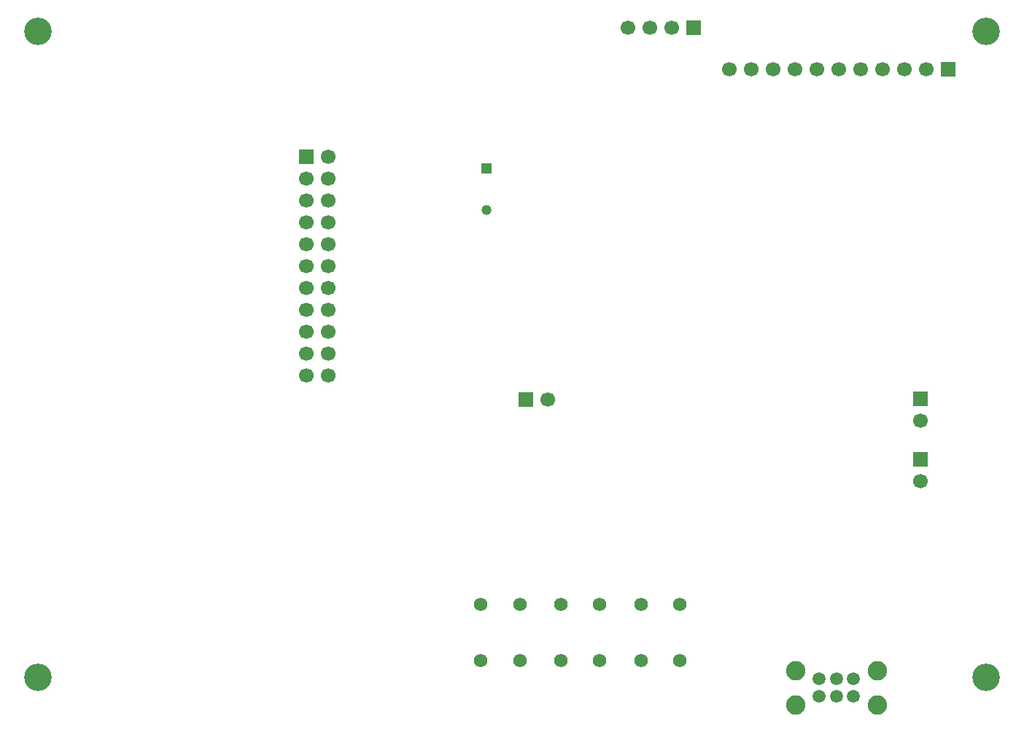
<source format=gbr>
%TF.GenerationSoftware,KiCad,Pcbnew,9.0.4*%
%TF.CreationDate,2025-10-10T21:12:29+02:00*%
%TF.ProjectId,fotoaparat,666f746f-6170-4617-9261-742e6b696361,rev?*%
%TF.SameCoordinates,Original*%
%TF.FileFunction,Soldermask,Bot*%
%TF.FilePolarity,Negative*%
%FSLAX46Y46*%
G04 Gerber Fmt 4.6, Leading zero omitted, Abs format (unit mm)*
G04 Created by KiCad (PCBNEW 9.0.4) date 2025-10-10 21:12:29*
%MOMM*%
%LPD*%
G01*
G04 APERTURE LIST*
%ADD10R,1.700000X1.700000*%
%ADD11C,1.700000*%
%ADD12C,1.575000*%
%ADD13C,3.200000*%
%ADD14C,1.500000*%
%ADD15C,2.250000*%
%ADD16R,1.192000X1.192000*%
%ADD17C,1.192000*%
G04 APERTURE END LIST*
D10*
%TO.C,Free Pins*%
X192025002Y-68806399D03*
D11*
X189485002Y-68806399D03*
X186945002Y-68806399D03*
X184405002Y-68806399D03*
X181865002Y-68806399D03*
X179325002Y-68806399D03*
X176785002Y-68806399D03*
X174245002Y-68806399D03*
X171705002Y-68806399D03*
X169165002Y-68806399D03*
X166625002Y-68806399D03*
%TD*%
%TO.C,TH1*%
X188750002Y-109646399D03*
D10*
X188750002Y-107106399D03*
%TD*%
D12*
%TO.C,S2*%
X160850000Y-131000000D03*
X156350000Y-131000000D03*
X160850000Y-137500000D03*
X156350000Y-137500000D03*
%TD*%
%TO.C,S4*%
X142250000Y-131000000D03*
X137750000Y-131000000D03*
X142250000Y-137500000D03*
X137750000Y-137500000D03*
%TD*%
%TO.C,S3*%
X151550000Y-131000000D03*
X147050000Y-131000000D03*
X151550000Y-137500000D03*
X147050000Y-137500000D03*
%TD*%
D13*
%TO.C,H2*%
X86350002Y-139406399D03*
%TD*%
%TO.C,H3*%
X86350002Y-64406399D03*
%TD*%
D10*
%TO.C,+BATT*%
X188750002Y-114106399D03*
D11*
X188750002Y-116646399D03*
%TD*%
D14*
%TO.C,S1*%
X177000000Y-139637500D03*
X179000000Y-139637500D03*
X181000000Y-139637500D03*
X177000000Y-141637500D03*
X179000000Y-141637500D03*
X181000000Y-141637500D03*
D15*
X174250000Y-138637500D03*
X174250000Y-142637500D03*
X183750000Y-142637500D03*
X183750000Y-138637500D03*
%TD*%
D16*
%TO.C,Y1*%
X138350002Y-80321399D03*
D17*
X138350002Y-85201399D03*
%TD*%
D13*
%TO.C,H4*%
X196350002Y-64406399D03*
%TD*%
D10*
%TO.C,UART TX*%
X142960000Y-107200000D03*
D11*
X145500000Y-107200000D03*
%TD*%
D10*
%TO.C,SWD*%
X162430002Y-64000000D03*
D11*
X159890002Y-64000000D03*
X157350002Y-64000000D03*
X154810002Y-64000000D03*
%TD*%
D13*
%TO.C,H1*%
X196350002Y-139406399D03*
%TD*%
D10*
%TO.C,CAMERA*%
X117460000Y-79020000D03*
D11*
X120000000Y-79020000D03*
X117460000Y-81560000D03*
X120000000Y-81560000D03*
X117460000Y-84100000D03*
X120000000Y-84100000D03*
X117460000Y-86640000D03*
X120000000Y-86640000D03*
X117460000Y-89180000D03*
X120000000Y-89180000D03*
X117460000Y-91720000D03*
X120000000Y-91720000D03*
X117460000Y-94260000D03*
X120000000Y-94260000D03*
X117460000Y-96800000D03*
X120000000Y-96800000D03*
X117460000Y-99340000D03*
X120000000Y-99340000D03*
X117460000Y-101880000D03*
X120000000Y-101880000D03*
X117460000Y-104420000D03*
X120000000Y-104420000D03*
%TD*%
M02*

</source>
